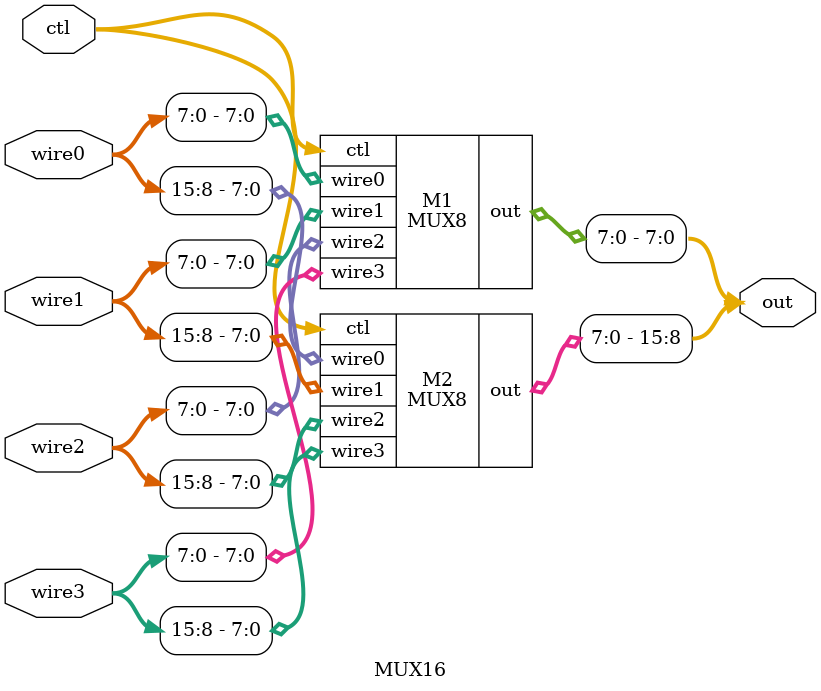
<source format=v>
/*******************************************************************************    
 *
 * Copyright(C) 2011-2014 ERC CISST, Johns Hopkins University.
 *
 * This is the reception module for ksz8851-16mll for the Ethernet-FPGA1394-QLA motor controller interface.
 * Multiple frame reception is not enabled.
 *
 * Revision history
 *     08/14/14    Long Qian
 */


`timescale 1ns / 1ps

// --------------------------------------------------------------------------
// 1-bit MUX
// --------------------------------------------------------------------------
module MUX1 (
	input wire0,
	input wire1,
	input wire2,
	input wire3,
	input[1:0] ctl,
	output out
	);
	localparam [1:0] Init = 2'b00,
					 Transmit = 2'b01,
					 Receive = 2'b10,
					 Idle = 2'b11;

	assign out = (ctl == Init)? wire0
				:(ctl == Transmit)? wire1
				:(ctl == Receive)? wire2
				:wire3;
endmodule


// --------------------------------------------------------------------------
// 8-bit MUX
// --------------------------------------------------------------------------
module MUX8 (
	input[7:0] wire0,
	input[7:0] wire1,
	input[7:0] wire2,
	input[7:0] wire3,
	input[1:0] ctl,
	output[7:0] out
	);
	localparam [1:0] Init = 2'b00,
					 Transmit = 2'b01,
					 Receive = 2'b10,
					 Idle = 2'b11;

	assign out[0] = (ctl == Init)? wire0[0]
				:(ctl == Transmit)? wire1[0]
				:(ctl == Receive)? wire2[0]
				:wire3[0];
	assign out[1] = (ctl == Init)? wire0[1]
				:(ctl == Transmit)? wire1[1]
				:(ctl == Receive)? wire2[1]
				:wire3[1];
	assign out[2] = (ctl == Init)? wire0[2]
				:(ctl == Transmit)? wire1[2]
				:(ctl == Receive)? wire2[2]
				:wire3[2];
	assign out[3] = (ctl == Init)? wire0[3]
				:(ctl == Transmit)? wire1[3]
				:(ctl == Receive)? wire2[3]
				:wire3[3];
	assign out[4] = (ctl == Init)? wire0[4]
				:(ctl == Transmit)? wire1[4]
				:(ctl == Receive)? wire2[4]
				:wire3[4];
	assign out[5] = (ctl == Init)? wire0[5]
				:(ctl == Transmit)? wire1[5]
				:(ctl == Receive)? wire2[5]
				:wire3[5];
	assign out[6] = (ctl == Init)? wire0[6]
				:(ctl == Transmit)? wire1[6]
				:(ctl == Receive)? wire2[6]
				:wire3[6];
	assign out[7] = (ctl == Init)? wire0[7]
				:(ctl == Transmit)? wire1[7]
				:(ctl == Receive)? wire2[7]
				:wire3[7];
endmodule


// --------------------------------------------------------------------------
// 16-bit MUX, realized by 2 8-bit MUX
// --------------------------------------------------------------------------
module MUX16 (
	input[15:0] wire0,
	input[15:0] wire1,
	input[15:0] wire2,
	input[15:0] wire3,
	input[1:0] ctl,
	output[15:0] out
	);
	MUX8 M1(.wire0(wire0[7:0]),
			.wire1(wire1[7:0]),
			.wire2(wire2[7:0]),
			.wire3(wire3[7:0]),
			.ctl(ctl),
			.out(out[7:0]));
	MUX8 M2(.wire0(wire0[15:8]),
			.wire1(wire1[15:8]),
			.wire2(wire2[15:8]),
			.wire3(wire3[15:8]),
			.ctl(ctl),
			.out(out[15:8]));
endmodule

</source>
